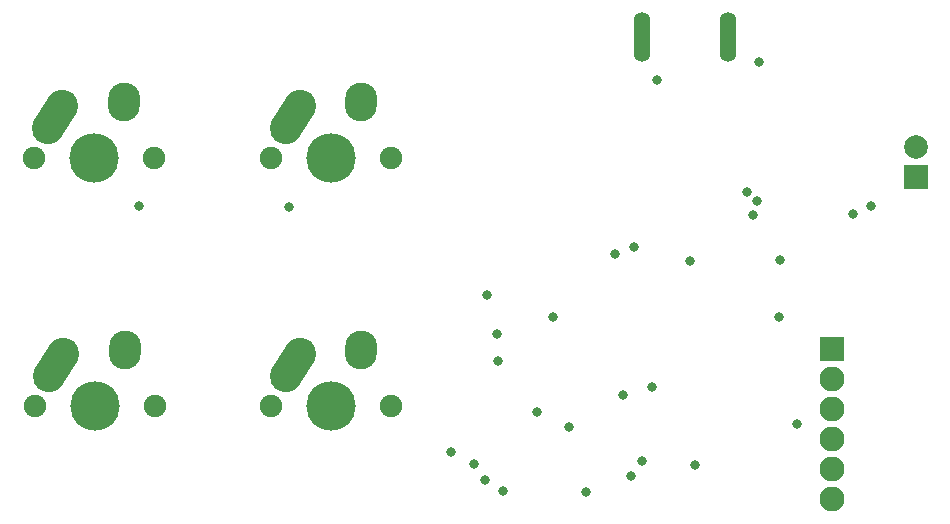
<source format=gts>
G04*
G04 #@! TF.GenerationSoftware,Altium Limited,Altium Designer,21.2.0 (30)*
G04*
G04 Layer_Color=8388736*
%FSLAX25Y25*%
%MOIN*%
G70*
G04*
G04 #@! TF.SameCoordinates,0040915D-7402-430E-846D-5893D7272676*
G04*
G04*
G04 #@! TF.FilePolarity,Negative*
G04*
G01*
G75*
%ADD11C,0.08280*%
%ADD12R,0.08280X0.08280*%
%ADD13O,0.05524X0.16548*%
%ADD14R,0.07887X0.07887*%
%ADD15C,0.07887*%
G04:AMPARAMS|DCode=16|XSize=106.42mil|YSize=129.26mil|CornerRadius=53.21mil|HoleSize=0mil|Usage=FLASHONLY|Rotation=356.100|XOffset=0mil|YOffset=0mil|HoleType=Round|Shape=RoundedRectangle|*
%AMROUNDEDRECTD16*
21,1,0.10642,0.02284,0,0,356.1*
21,1,0.00000,0.12926,0,0,356.1*
1,1,0.10642,-0.00078,-0.01139*
1,1,0.10642,-0.00078,-0.01139*
1,1,0.10642,0.00078,0.01139*
1,1,0.10642,0.00078,0.01139*
%
%ADD16ROUNDEDRECTD16*%
G04:AMPARAMS|DCode=17|XSize=106.42mil|YSize=195.01mil|CornerRadius=53.21mil|HoleSize=0mil|Usage=FLASHONLY|Rotation=327.500|XOffset=0mil|YOffset=0mil|HoleType=Round|Shape=RoundedRectangle|*
%AMROUNDEDRECTD17*
21,1,0.10642,0.08858,0,0,327.5*
21,1,0.00000,0.19501,0,0,327.5*
1,1,0.10642,-0.02380,-0.03736*
1,1,0.10642,-0.02380,-0.03736*
1,1,0.10642,0.02380,0.03736*
1,1,0.10642,0.02380,0.03736*
%
%ADD17ROUNDEDRECTD17*%
%ADD18C,0.07500*%
%ADD19C,0.16500*%
%ADD20C,0.03162*%
D11*
X300787Y24213D02*
D03*
Y34213D02*
D03*
Y44213D02*
D03*
Y54213D02*
D03*
Y64213D02*
D03*
D12*
Y74213D02*
D03*
D13*
X266142Y178347D02*
D03*
X237402D02*
D03*
D14*
X328740Y131496D02*
D03*
D15*
Y141496D02*
D03*
D16*
X64724Y156654D02*
D03*
X143780Y73976D02*
D03*
X65039D02*
D03*
X143780Y156654D02*
D03*
D17*
X41988Y151654D02*
D03*
X121043Y68976D02*
D03*
X42303D02*
D03*
X121043Y151654D02*
D03*
D18*
X74803Y137795D02*
D03*
X34803D02*
D03*
X153858Y55118D02*
D03*
X113858D02*
D03*
X75118D02*
D03*
X35118D02*
D03*
X153858Y137795D02*
D03*
X113858D02*
D03*
D19*
X54803D02*
D03*
X133858Y55118D02*
D03*
X55118D02*
D03*
X133858Y137795D02*
D03*
D20*
X274601Y118903D02*
D03*
X253543Y103740D02*
D03*
X213242Y48130D02*
D03*
X283268Y84842D02*
D03*
X283366Y103937D02*
D03*
X228445Y105905D02*
D03*
X234744Y108169D02*
D03*
X202362Y53347D02*
D03*
X189567Y70079D02*
D03*
X189173Y79331D02*
D03*
X191043Y26772D02*
D03*
X218898Y26476D02*
D03*
X289173Y49311D02*
D03*
X255217Y35630D02*
D03*
X272441Y126476D02*
D03*
X276575Y169882D02*
D03*
X242520Y163976D02*
D03*
X185925Y92126D02*
D03*
X207776Y84744D02*
D03*
X237598Y37008D02*
D03*
X233858Y31791D02*
D03*
X231102Y58858D02*
D03*
X185335Y30709D02*
D03*
X181595Y35827D02*
D03*
X173917Y39961D02*
D03*
X240945Y61614D02*
D03*
X119685Y121555D02*
D03*
X69784Y121752D02*
D03*
X275886Y123524D02*
D03*
X313681Y121752D02*
D03*
X307776Y119095D02*
D03*
M02*

</source>
